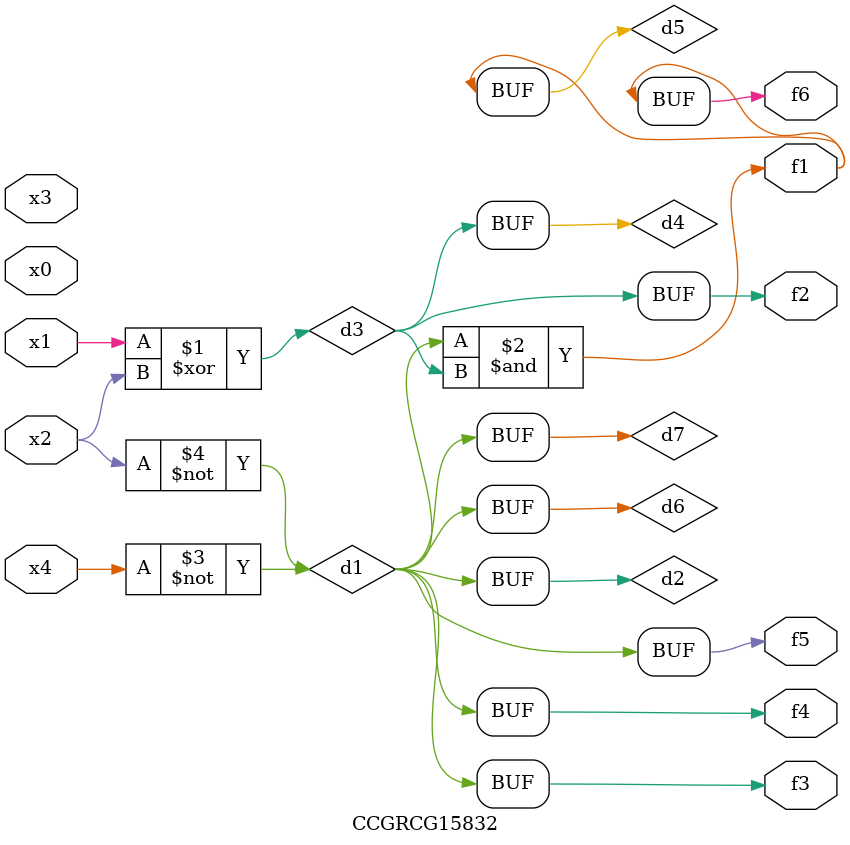
<source format=v>
module CCGRCG15832(
	input x0, x1, x2, x3, x4,
	output f1, f2, f3, f4, f5, f6
);

	wire d1, d2, d3, d4, d5, d6, d7;

	not (d1, x4);
	not (d2, x2);
	xor (d3, x1, x2);
	buf (d4, d3);
	and (d5, d1, d3);
	buf (d6, d1, d2);
	buf (d7, d2);
	assign f1 = d5;
	assign f2 = d4;
	assign f3 = d7;
	assign f4 = d7;
	assign f5 = d7;
	assign f6 = d5;
endmodule

</source>
